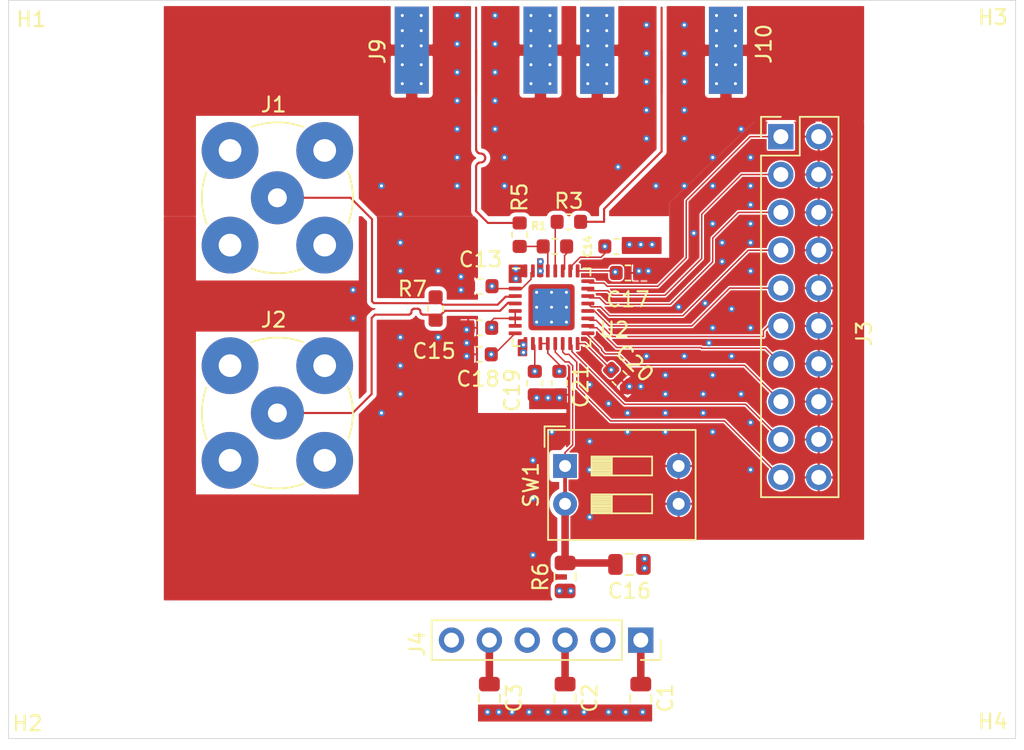
<source format=kicad_pcb>
(kicad_pcb (version 20171130) (host pcbnew 5.1.5+dfsg1-2build2)
  (layers (0 F.Cu signal) (1 GND power) (2 VDD power) (31 B.Cu signal) (34 B.Paste user) (35 F.Paste user hide) (36 B.SilkS user) (37 F.SilkS user) (38 B.Mask user) (39 F.Mask user) (44 Edge.Cuts user))
  (net 0 "")
  (net 1 VDD)
  (net 2 GND)
  (net 3 VDDPST)
  (net 4 VREF)
  (net 5 D9)
  (net 6 D8)
  (net 7 D7)
  (net 8 D6)
  (net 9 D5)
  (net 10 D4)
  (net 11 D3)
  (net 12 D2)
  (net 13 D1)
  (net 14 D0)
  (net 15 RST)
  (net 16 VIN-)
  (net 17 VIN+)
  (net 18 "Net-(R1-Pad2)")
  (net 19 CLK_FILT)
  (net 20 CLK_S_FILT)
  (net 21 CLK+)
  (net 22 CLK-)
  (module Resistor_SMD:R_0603_1608Metric (layer F.Cu) (at 141.4272 93.3197 90)
    (fp_text reference R7 (at 1.3209 -1.5621 180) (layer F.SilkS))
    (fp_text value 100)
    (pad 2 smd roundrect (at 0.7875 0 90) (size 0.875 0.95) (layers F.Cu F.Paste F.Mask) (net 16 VIN-))
    (pad 1 smd roundrect (at -0.7875 0 90) (size 0.875 0.95) (layers F.Cu F.Paste F.Mask) (net 17 VIN+))
  )
  (module Resistor_SMD:R_0603_1608Metric (layer F.Cu) (at 147.066 88.3665 90)
    (fp_text reference R5 (at 2.5145 0 90) (layer F.SilkS))
    (fp_text value 10)
    (pad 2 smd roundrect (at 0.7875 0 90) (size 0.875 0.95) (layers F.Cu F.Paste F.Mask) (net 21 CLK+))
    (pad 1 smd roundrect (at -0.7875 0 90) (size 0.875 0.95) (layers F.Cu F.Paste F.Mask) (net 19 CLK_FILT))
  )
  (module Resistor_SMD:R_0603_1608Metric (layer F.Cu) (at 150.368 87.503)
    (fp_text reference R3 (at 0 -1.397) (layer F.SilkS))
    (fp_text value 26.1)
    (pad 2 smd roundrect (at 0.7875 0) (size 0.875 0.95) (layers F.Cu F.Paste F.Mask) (net 22 CLK-))
    (pad 1 smd roundrect (at -0.7875 0) (size 0.875 0.95) (layers F.Cu F.Paste F.Mask) (net 20 CLK_S_FILT))
  )
  (module Resistor_SMD:R_0603_1608Metric (layer F.Cu) (at 149.4305 89.154)
    (fp_text reference R1 (at -1.0818 -1.3716) (layer F.SilkS) (effects (font (size 0.508 0.508) (thickness 0.127))))
    (fp_text value "0,<0.3 mOhm")
    (pad 2 smd roundrect (at 0.7875 0) (size 0.875 0.95) (layers F.Cu F.Paste F.Mask) (net 18 "Net-(R1-Pad2)"))
    (pad 1 smd roundrect (at -0.7875 0) (size 0.875 0.95) (layers F.Cu F.Paste F.Mask) (net 19 CLK_FILT))
  )
  (module Capacitor_SMD:C_0603_1608Metric (layer F.Cu) (at 149.733 98.3235 270)
    (fp_text reference C21 (at 0.2285 -1.43 90) (layer F.SilkS))
    (fp_text value 0.01u)
    (pad 2 smd roundrect (at 0.7875 0 270) (size 0.875 0.95) (layers F.Cu F.Paste F.Mask) (net 2 GND))
    (pad 1 smd roundrect (at -0.7875 0 270) (size 0.875 0.95) (layers F.Cu F.Paste F.Mask) (net 1 VDD))
  )
  (module Capacitor_SMD:C_0603_1608Metric (layer F.Cu) (at 153.769647 97.991247 315)
    (fp_text reference C20 (at 0 -1.43 135) (layer F.SilkS))
    (fp_text value 0.01u)
    (pad 2 smd roundrect (at 0.7875 0 315) (size 0.875 0.95) (layers F.Cu F.Paste F.Mask) (net 2 GND))
    (pad 1 smd roundrect (at -0.7875 0 315) (size 0.875 0.95) (layers F.Cu F.Paste F.Mask) (net 3 VDDPST))
  )
  (module Capacitor_SMD:C_0603_1608Metric (layer F.Cu) (at 148.082 98.3235 270)
    (fp_text reference C19 (at 0.4825 1.524 90) (layer F.SilkS))
    (fp_text value 0.01u)
    (pad 2 smd roundrect (at 0.7875 0 270) (size 0.875 0.95) (layers F.Cu F.Paste F.Mask) (net 2 GND))
    (pad 1 smd roundrect (at -0.7875 0 270) (size 0.875 0.95) (layers F.Cu F.Paste F.Mask) (net 3 VDDPST))
  )
  (module Capacitor_SMD:C_0603_1608Metric (layer F.Cu) (at 144.3735 96.393 180)
    (fp_text reference C18 (at 0.1015 -1.651) (layer F.SilkS))
    (fp_text value 0.01u)
    (pad 2 smd roundrect (at 0.7875 0 180) (size 0.875 0.95) (layers F.Cu F.Paste F.Mask) (net 2 GND))
    (pad 1 smd roundrect (at -0.7875 0 180) (size 0.875 0.95) (layers F.Cu F.Paste F.Mask) (net 1 VDD))
  )
  (module Capacitor_SMD:C_0603_1608Metric (layer F.Cu) (at 154.3305 90.932)
    (fp_text reference C17 (at 0 1.778) (layer F.SilkS))
    (fp_text value 0.01u)
    (pad 2 smd roundrect (at 0.7875 0) (size 0.875 0.95) (layers F.Cu F.Paste F.Mask) (net 2 GND))
    (pad 1 smd roundrect (at -0.7875 0) (size 0.875 0.95) (layers F.Cu F.Paste F.Mask) (net 1 VDD))
  )
  (module Capacitor_SMD:C_0603_1608Metric (layer F.Cu) (at 144.401153 94.615 180)
    (fp_text reference C15 (at 3.075553 -1.5621 180) (layer F.SilkS))
    (fp_text value 0.01u)
    (pad 2 smd roundrect (at 0.7875 0 180) (size 0.875 0.95) (layers F.Cu F.Paste F.Mask) (net 2 GND))
    (pad 1 smd roundrect (at -0.7875 0 180) (size 0.875 0.95) (layers F.Cu F.Paste F.Mask) (net 4 VREF))
  )
  (module Capacitor_SMD:C_0603_1608Metric (layer F.Cu) (at 153.5685 89.154)
    (fp_text reference C14 (at -1.9305 0 90) (layer F.SilkS) (effects (font (size 0.508 0.508) (thickness 0.127))))
    (fp_text value 0.01u)
    (pad 2 smd roundrect (at 0.7875 0) (size 0.875 0.95) (layers F.Cu F.Paste F.Mask) (net 2 GND))
    (pad 1 smd roundrect (at -0.7875 0) (size 0.875 0.95) (layers F.Cu F.Paste F.Mask) (net 3 VDDPST))
  )
  (module Capacitor_SMD:C_0603_1608Metric (layer F.Cu) (at 144.4245 91.821 180)
    (fp_text reference C13 (at -0.0126 1.7907 180) (layer F.SilkS))
    (fp_text value 0.01u)
    (pad 2 smd roundrect (at 0.7875 0 180) (size 0.875 0.95) (layers F.Cu F.Paste F.Mask) (net 2 GND))
    (pad 1 smd roundrect (at -0.7875 0 180) (size 0.875 0.95) (layers F.Cu F.Paste F.Mask) (net 1 VDD))
  )
  (module SAR_pcb:CustomSMA (layer F.Cu) (at 156.591 75.996021)
    (fp_text reference J10 (at 6.858 -0.431021 90) (layer F.SilkS))
    (fp_text value Conn_Coaxial)
    (pad 2 smd rect (at -4.318 0) (size 2.286 5.842) (layers B.Cu B.Paste B.Mask) (net 2 GND))
    (pad 2 smd rect (at 4.318 0) (size 2.286 5.842) (layers B.Cu B.Paste B.Mask) (net 2 GND))
    (pad 2 smd rect (at -4.318 0) (size 2.286 5.842) (layers F.Cu F.Paste F.Mask) (net 2 GND))
    (pad 2 smd rect (at 4.318 0) (size 2.286 5.842) (layers F.Cu F.Paste F.Mask) (net 2 GND))
    (pad 1 smd rect (at 0 0) (size 0.141224 5.842) (layers F.Cu F.Paste F.Mask) (net 22 CLK-))
  )
  (module SAR_pcb:CustomSMA (layer F.Cu) (at 144.145 75.9841)
    (fp_text reference J9 (at -6.604 0.076979 90) (layer F.SilkS))
    (fp_text value Conn_Coaxial)
    (pad 2 smd rect (at -4.318 0) (size 2.286 5.842) (layers B.Cu B.Paste B.Mask) (net 2 GND))
    (pad 2 smd rect (at 4.318 0) (size 2.286 5.842) (layers B.Cu B.Paste B.Mask) (net 2 GND))
    (pad 2 smd rect (at -4.318 0) (size 2.286 5.842) (layers F.Cu F.Paste F.Mask) (net 2 GND))
    (pad 2 smd rect (at 4.318 0) (size 2.286 5.842) (layers F.Cu F.Paste F.Mask) (net 2 GND))
    (pad 1 smd rect (at 0 0) (size 0.141224 5.842) (layers F.Cu F.Paste F.Mask) (net 21 CLK+))
  )
  (module Capacitor_SMD:C_0805_2012Metric (layer F.Cu) (at 155.194 119.4585 270)
    (fp_text reference C1 (at 0 -1.65 90) (layer F.SilkS))
    (fp_text value 10u)
    (pad 1 smd roundrect (at -0.9375 0 270) (size 0.975 1.4) (layers F.Cu F.Paste F.Mask) (net 1 VDD))
    (pad 2 smd roundrect (at 0.9375 0 270) (size 0.975 1.4) (layers F.Cu F.Paste F.Mask) (net 2 GND))
  )
  (module Capacitor_SMD:C_0805_2012Metric (layer F.Cu) (at 150.114 119.4585 270)
    (fp_text reference C2 (at 0 -1.65 90) (layer F.SilkS))
    (fp_text value 10u)
    (pad 2 smd roundrect (at 0.9375 0 270) (size 0.975 1.4) (layers F.Cu F.Paste F.Mask) (net 2 GND))
    (pad 1 smd roundrect (at -0.9375 0 270) (size 0.975 1.4) (layers F.Cu F.Paste F.Mask) (net 3 VDDPST))
  )
  (module Capacitor_SMD:C_0805_2012Metric (layer F.Cu) (at 145.034 119.4585 270)
    (fp_text reference C3 (at 0 -1.65 90) (layer F.SilkS))
    (fp_text value 10u)
    (pad 2 smd roundrect (at 0.9375 0 270) (size 0.975 1.4) (layers F.Cu F.Paste F.Mask) (net 2 GND))
    (pad 1 smd roundrect (at -0.9375 0 270) (size 0.975 1.4) (layers F.Cu F.Paste F.Mask) (net 4 VREF))
  )
  (module Capacitor_SMD:C_0805_2012Metric (layer F.Cu) (at 154.432 110.49)
    (fp_text reference C16 (at 0 1.778) (layer F.SilkS))
    (fp_text value 1u)
    (pad 2 smd roundrect (at 0.9375 0) (size 0.975 1.4) (layers F.Cu F.Paste F.Mask) (net 2 GND))
    (pad 1 smd roundrect (at -0.9375 0) (size 0.975 1.4) (layers F.Cu F.Paste F.Mask) (net 15 RST))
  )
  (module MountingHole:MountingHole_3mm (layer F.Cu) (at 117.348 77.47)
    (fp_text reference H1 (at -3.048 -3.556) (layer F.SilkS))
    (fp_text value MountingHole)
    (pad 1 np_thru_hole circle (at 0 0) (size 3 3) (drill 3) (layers *.Cu *.Mask))
  )
  (module MountingHole:MountingHole_3mm (layer F.Cu) (at 117.348 118.11)
    (fp_text reference H2 (at -3.302 3.048) (layer F.SilkS))
    (fp_text value MountingHole)
    (pad 1 np_thru_hole circle (at 0 0) (size 3 3) (drill 3) (layers *.Cu *.Mask))
  )
  (module MountingHole:MountingHole_3mm (layer F.Cu) (at 175.768 76.835)
    (fp_text reference H3 (at 3.048 -3.048) (layer F.SilkS))
    (fp_text value MountingHole)
    (pad 1 np_thru_hole circle (at 0 0) (size 3 3) (drill 3) (layers *.Cu *.Mask))
  )
  (module MountingHole:MountingHole_3mm (layer F.Cu) (at 175.768 117.475)
    (fp_text reference H4 (at 3.048 3.556) (layer F.SilkS))
    (fp_text value MountingHole)
    (pad 1 np_thru_hole circle (at 0 0) (size 3 3) (drill 3) (layers *.Cu *.Mask))
  )
  (module Connector_Coaxial:BNC_TEConnectivity_1478204_Vertical (layer F.Cu) (at 130.81 85.8901)
    (fp_text reference J1 (at -0.25 -6.25) (layer F.SilkS))
    (fp_text value Conn_Coaxial_Power)
    (pad 2 thru_hole circle (at -3.175 -3.175) (size 3.81 3.81) (drill 1.524) (layers *.Cu *.Mask) (net 2 GND))
    (pad 1 thru_hole circle (at 0 0) (size 3.556 3.556) (drill 1.27) (layers *.Cu *.Mask) (net 16 VIN-))
    (pad 2 thru_hole circle (at 3.175 -3.175) (size 3.81 3.81) (drill 1.524) (layers *.Cu *.Mask) (net 2 GND))
    (pad 2 thru_hole circle (at -3.175 3.175) (size 3.81 3.81) (drill 1.524) (layers *.Cu *.Mask) (net 2 GND))
    (pad 2 thru_hole circle (at 3.175 3.175) (size 3.81 3.81) (drill 1.524) (layers *.Cu *.Mask) (net 2 GND))
  )
  (module Connector_Coaxial:BNC_TEConnectivity_1478204_Vertical (layer F.Cu) (at 130.81 100.33)
    (fp_text reference J2 (at -0.25 -6.25) (layer F.SilkS))
    (fp_text value Conn_Coaxial_Power)
    (pad 2 thru_hole circle (at 3.175 3.175) (size 3.81 3.81) (drill 1.524) (layers *.Cu *.Mask) (net 2 GND))
    (pad 2 thru_hole circle (at -3.175 3.175) (size 3.81 3.81) (drill 1.524) (layers *.Cu *.Mask) (net 2 GND))
    (pad 2 thru_hole circle (at 3.175 -3.175) (size 3.81 3.81) (drill 1.524) (layers *.Cu *.Mask) (net 2 GND))
    (pad 1 thru_hole circle (at 0 0) (size 3.556 3.556) (drill 1.27) (layers *.Cu *.Mask) (net 17 VIN+))
    (pad 2 thru_hole circle (at -3.175 -3.175) (size 3.81 3.81) (drill 1.524) (layers *.Cu *.Mask) (net 2 GND))
  )
  (module Connector_PinHeader_2.54mm:PinHeader_2x10_P2.54mm_Vertical (layer F.Cu) (at 164.592 81.788)
    (fp_text reference J3 (at 5.588 13.208 90) (layer F.SilkS))
    (fp_text value Conn_02x10_Top_Bottom)
    (pad 1 thru_hole rect (at 0 0) (size 1.7 1.7) (drill 1) (layers *.Cu *.Mask) (net 14 D0))
    (pad 2 thru_hole oval (at 2.54 0) (size 1.7 1.7) (drill 1) (layers *.Cu *.Mask) (net 2 GND))
    (pad 3 thru_hole oval (at 0 2.54) (size 1.7 1.7) (drill 1) (layers *.Cu *.Mask) (net 13 D1))
    (pad 4 thru_hole oval (at 2.54 2.54) (size 1.7 1.7) (drill 1) (layers *.Cu *.Mask) (net 2 GND))
    (pad 5 thru_hole oval (at 0 5.08) (size 1.7 1.7) (drill 1) (layers *.Cu *.Mask) (net 12 D2))
    (pad 6 thru_hole oval (at 2.54 5.08) (size 1.7 1.7) (drill 1) (layers *.Cu *.Mask) (net 2 GND))
    (pad 7 thru_hole oval (at 0 7.62) (size 1.7 1.7) (drill 1) (layers *.Cu *.Mask) (net 11 D3))
    (pad 8 thru_hole oval (at 2.54 7.62) (size 1.7 1.7) (drill 1) (layers *.Cu *.Mask) (net 2 GND))
    (pad 9 thru_hole oval (at 0 10.16) (size 1.7 1.7) (drill 1) (layers *.Cu *.Mask) (net 10 D4))
    (pad 10 thru_hole oval (at 2.54 10.16) (size 1.7 1.7) (drill 1) (layers *.Cu *.Mask) (net 2 GND))
    (pad 11 thru_hole oval (at 0 12.7) (size 1.7 1.7) (drill 1) (layers *.Cu *.Mask) (net 9 D5))
    (pad 12 thru_hole oval (at 2.54 12.7) (size 1.7 1.7) (drill 1) (layers *.Cu *.Mask) (net 2 GND))
    (pad 13 thru_hole oval (at 0 15.24) (size 1.7 1.7) (drill 1) (layers *.Cu *.Mask) (net 8 D6))
    (pad 14 thru_hole oval (at 2.54 15.24) (size 1.7 1.7) (drill 1) (layers *.Cu *.Mask) (net 2 GND))
    (pad 15 thru_hole oval (at 0 17.78) (size 1.7 1.7) (drill 1) (layers *.Cu *.Mask) (net 7 D7))
    (pad 16 thru_hole oval (at 2.54 17.78) (size 1.7 1.7) (drill 1) (layers *.Cu *.Mask) (net 2 GND))
    (pad 17 thru_hole oval (at 0 20.32) (size 1.7 1.7) (drill 1) (layers *.Cu *.Mask) (net 6 D8))
    (pad 18 thru_hole oval (at 2.54 20.32) (size 1.7 1.7) (drill 1) (layers *.Cu *.Mask) (net 2 GND))
    (pad 19 thru_hole oval (at 0 22.86) (size 1.7 1.7) (drill 1) (layers *.Cu *.Mask) (net 5 D9))
    (pad 20 thru_hole oval (at 2.54 22.86) (size 1.7 1.7) (drill 1) (layers *.Cu *.Mask) (net 2 GND))
  )
  (module Connector_PinSocket_2.54mm:PinSocket_1x06_P2.54mm_Vertical (layer F.Cu) (at 155.194 115.57 270)
    (fp_text reference J4 (at 0.254 14.986 90) (layer F.SilkS))
    (fp_text value Conn_01x06)
    (pad 1 thru_hole rect (at 0 0 270) (size 1.7 1.7) (drill 1) (layers *.Cu *.Mask) (net 1 VDD))
    (pad 2 thru_hole oval (at 0 2.54 270) (size 1.7 1.7) (drill 1) (layers *.Cu *.Mask) (net 2 GND))
    (pad 3 thru_hole oval (at 0 5.08 270) (size 1.7 1.7) (drill 1) (layers *.Cu *.Mask) (net 3 VDDPST))
    (pad 4 thru_hole oval (at 0 7.62 270) (size 1.7 1.7) (drill 1) (layers *.Cu *.Mask) (net 2 GND))
    (pad 5 thru_hole oval (at 0 10.16 270) (size 1.7 1.7) (drill 1) (layers *.Cu *.Mask) (net 4 VREF))
    (pad 6 thru_hole oval (at 0 12.7 270) (size 1.7 1.7) (drill 1) (layers *.Cu *.Mask) (net 2 GND))
  )
  (module Resistor_SMD:R_0805_2012Metric (layer F.Cu) (at 150.114 111.3305 90)
    (fp_text reference R6 (at 0 -1.65 90) (layer F.SilkS))
    (fp_text value 1k)
    (pad 1 smd roundrect (at -0.9375 0 90) (size 0.975 1.4) (layers F.Cu F.Paste F.Mask) (net 3 VDDPST))
    (pad 2 smd roundrect (at 0.9375 0 90) (size 0.975 1.4) (layers F.Cu F.Paste F.Mask) (net 15 RST))
  )
  (module Button_Switch_THT:SW_DIP_SPSTx02_Slide_9.78x7.26mm_W7.62mm_P2.54mm (layer F.Cu) (at 150.114 103.886)
    (fp_text reference SW1 (at -2.286 1.27 90) (layer F.SilkS))
    (fp_text value SW_Push)
    (pad 1 thru_hole rect (at 0 0) (size 1.6 1.6) (drill 0.8) (layers *.Cu *.Mask) (net 15 RST))
    (pad 3 thru_hole oval (at 7.62 2.54) (size 1.6 1.6) (drill 0.8) (layers *.Cu *.Mask) (net 2 GND))
    (pad 2 thru_hole oval (at 0 2.54) (size 1.6 1.6) (drill 0.8) (layers *.Cu *.Mask) (net 15 RST))
    (pad 4 thru_hole oval (at 7.62 0) (size 1.6 1.6) (drill 0.8) (layers *.Cu *.Mask) (net 2 GND))
  )
  (module Package_DFN_QFN:QFN-32-1EP_5x5mm_P0.5mm_EP3.1x3.1mm_ThermalVias (layer F.Cu) (at 149.20468 93.23324)
    (fp_text reference U2 (at 4.21132 1.50876) (layer F.SilkS))
    (fp_text value 10B_SAR)
    (pad 33 smd roundrect (at 0 0) (size 3.1 3.1) (layers F.Cu F.Mask) (roundrect_rratio 0.08064499999999999) (net 2 GND))
    (pad 33 thru_hole circle (at -1 -1) (size 0.5 0.5) (drill 0.2) (layers *.Cu) (net 2 GND))
    (pad 33 thru_hole circle (at 0 -1) (size 0.5 0.5) (drill 0.2) (layers *.Cu) (net 2 GND))
    (pad 33 thru_hole circle (at 1 -1) (size 0.5 0.5) (drill 0.2) (layers *.Cu) (net 2 GND))
    (pad 33 thru_hole circle (at -1 0) (size 0.5 0.5) (drill 0.2) (layers *.Cu) (net 2 GND))
    (pad 33 thru_hole circle (at 0 0) (size 0.5 0.5) (drill 0.2) (layers *.Cu) (net 2 GND))
    (pad 33 thru_hole circle (at 1 0) (size 0.5 0.5) (drill 0.2) (layers *.Cu) (net 2 GND))
    (pad 33 thru_hole circle (at -1 1) (size 0.5 0.5) (drill 0.2) (layers *.Cu) (net 2 GND))
    (pad 33 thru_hole circle (at 0 1) (size 0.5 0.5) (drill 0.2) (layers *.Cu) (net 2 GND))
    (pad 33 thru_hole circle (at 1 1) (size 0.5 0.5) (drill 0.2) (layers *.Cu) (net 2 GND))
    (pad 33 smd roundrect (at 0 0) (size 2.5 2.5) (layers B.Cu) (roundrect_rratio 0.1) (net 2 GND))
    (pad 1 smd roundrect (at -2.4375 -1.75) (size 0.875 0.25) (layers F.Cu F.Paste F.Mask) (net 2 GND))
    (pad 2 smd roundrect (at -2.4375 -1.25) (size 0.875 0.25) (layers F.Cu F.Paste F.Mask) (net 1 VDD))
    (pad 3 smd roundrect (at -2.4375 -0.75) (size 0.875 0.25) (layers F.Cu F.Paste F.Mask) (net 16 VIN-))
    (pad 4 smd roundrect (at -2.4375 -0.25) (size 0.875 0.25) (layers F.Cu F.Paste F.Mask) (net 17 VIN+))
    (pad 5 smd roundrect (at -2.4375 0.25) (size 0.875 0.25) (layers F.Cu F.Paste F.Mask) (net 4 VREF))
    (pad 6 smd roundrect (at -2.4375 0.75) (size 0.875 0.25) (layers F.Cu F.Paste F.Mask) (net 4 VREF))
    (pad 7 smd roundrect (at -2.4375 1.25) (size 0.875 0.25) (layers F.Cu F.Paste F.Mask) (net 4 VREF))
    (pad 8 smd roundrect (at -2.4375 1.75) (size 0.875 0.25) (layers F.Cu F.Paste F.Mask) (net 1 VDD))
    (pad 9 smd roundrect (at -1.75 2.4375) (size 0.25 0.875) (layers F.Cu F.Paste F.Mask) (net 2 GND))
    (pad 10 smd roundrect (at -1.25 2.4375) (size 0.25 0.875) (layers F.Cu F.Paste F.Mask) (net 3 VDDPST))
    (pad 11 smd roundrect (at -0.75 2.4375) (size 0.25 0.875) (layers F.Cu F.Paste F.Mask) (net 1 VDD))
    (pad 12 smd roundrect (at -0.25 2.4375) (size 0.25 0.875) (layers F.Cu F.Paste F.Mask) (net 1 VDD))
    (pad 13 smd roundrect (at 0.25 2.4375) (size 0.25 0.875) (layers F.Cu F.Paste F.Mask) (net 15 RST))
    (pad 14 smd roundrect (at 0.75 2.4375) (size 0.25 0.875) (layers F.Cu F.Paste F.Mask) (net 5 D9))
    (pad 15 smd roundrect (at 1.25 2.4375) (size 0.25 0.875) (layers F.Cu F.Paste F.Mask) (net 6 D8))
    (pad 16 smd roundrect (at 1.75 2.4375) (size 0.25 0.875) (layers F.Cu F.Paste F.Mask) (net 3 VDDPST))
    (pad 17 smd roundrect (at 2.4375 1.75) (size 0.875 0.25) (layers F.Cu F.Paste F.Mask) (net 7 D7))
    (pad 18 smd roundrect (at 2.4375 1.25) (size 0.875 0.25) (layers F.Cu F.Paste F.Mask) (net 8 D6))
    (pad 19 smd roundrect (at 2.4375 0.75) (size 0.875 0.25) (layers F.Cu F.Paste F.Mask) (net 9 D5))
    (pad 20 smd roundrect (at 2.4375 0.25) (size 0.875 0.25) (layers F.Cu F.Paste F.Mask) (net 10 D4))
    (pad 21 smd roundrect (at 2.4375 -0.25) (size 0.875 0.25) (layers F.Cu F.Paste F.Mask) (net 11 D3))
    (pad 22 smd roundrect (at 2.4375 -0.75) (size 0.875 0.25) (layers F.Cu F.Paste F.Mask) (net 12 D2))
    (pad 23 smd roundrect (at 2.4375 -1.25) (size 0.875 0.25) (layers F.Cu F.Paste F.Mask) (net 13 D1))
    (pad 24 smd roundrect (at 2.4375 -1.75) (size 0.875 0.25) (layers F.Cu F.Paste F.Mask) (net 14 D0))
    (pad 25 smd roundrect (at 1.75 -2.4375) (size 0.25 0.875) (layers F.Cu F.Paste F.Mask) (net 1 VDD))
    (pad 26 smd roundrect (at 1.25 -2.4375) (size 0.25 0.875) (layers F.Cu F.Paste F.Mask) (net 3 VDDPST))
    (pad 27 smd roundrect (at 0.75 -2.4375) (size 0.25 0.875) (layers F.Cu F.Paste F.Mask) (net 18 "Net-(R1-Pad2)"))
    (pad 28 smd roundrect (at 0.25 -2.4375) (size 0.25 0.875) (layers F.Cu F.Paste F.Mask) (net 20 CLK_S_FILT))
    (pad 29 smd roundrect (at -0.25 -2.4375) (size 0.25 0.875) (layers F.Cu F.Paste F.Mask) (net 19 CLK_FILT))
    (pad 30 smd roundrect (at -0.75 -2.4375) (size 0.25 0.875) (layers F.Cu F.Paste F.Mask) (net 2 GND))
    (pad 31 smd roundrect (at -1.25 -2.4375) (size 0.25 0.875) (layers F.Cu F.Paste F.Mask) (net 1 VDD))
    (pad 32 smd roundrect (at -1.75 -2.4375) (size 0.25 0.875) (layers F.Cu F.Paste F.Mask) (net 2 GND))
  )
  (gr_line (start 112.776 72.644) (end 170.18 72.644) (layer Edge.Cuts) (width 0.05))
  (gr_line (start 112.776 122.174) (end 112.776 72.644) (layer Edge.Cuts) (width 0.05))
  (gr_line (start 180.34 122.174) (end 112.776 122.174) (layer Edge.Cuts) (width 0.05))
  (gr_line (start 180.34 72.644) (end 180.34 122.174) (layer Edge.Cuts) (width 0.05))
  (gr_line (start 170.18 72.644) (end 180.34 72.644) (layer Edge.Cuts) (width 0.05))
  (segment (start 145.37424 91.98324) (end 145.212 91.821) (width 0.1016) (layer F.Cu) (net 1))
  (segment (start 146.76718 91.98324) (end 145.37424 91.98324) (width 0.1016) (layer F.Cu) (net 1))
  (segment (start 147.20468 91.98324) (end 146.76718 91.98324) (width 0.1016) (layer F.Cu) (net 1))
  (segment (start 147.82968 91.35824) (end 147.20468 91.98324) (width 0.1016) (layer F.Cu) (net 1))
  (segment (start 147.82968 90.92074) (end 147.82968 91.35824) (width 0.1016) (layer F.Cu) (net 1))
  (segment (start 147.95468 90.79574) (end 147.82968 90.92074) (width 0.1016) (layer F.Cu) (net 1))
  (segment (start 153.40674 90.79574) (end 153.4795 90.8685) (width 0.1016) (layer F.Cu) (net 1))
  (segment (start 150.95468 90.79574) (end 153.40674 90.79574) (width 0.1016) (layer F.Cu) (net 1))
  (segment (start 145.35742 96.393) (end 145.161 96.393) (width 0.1016) (layer F.Cu) (net 1))
  (segment (start 146.76718 94.98324) (end 145.35742 96.393) (width 0.1016) (layer F.Cu) (net 1))
  (segment (start 148.45468 95.67074) (end 148.95468 95.67074) (width 0.1016) (layer F.Cu) (net 1))
  (segment (start 148.95468 96.32018) (end 148.95468 96.10824) (width 0.1016) (layer F.Cu) (net 1))
  (segment (start 149.733 97.0985) (end 148.95468 96.32018) (width 0.1016) (layer F.Cu) (net 1))
  (segment (start 148.95468 96.10824) (end 148.95468 95.67074) (width 0.1016) (layer F.Cu) (net 1))
  (segment (start 149.733 97.536) (end 149.733 97.536) (width 0.1016) (layer F.Cu) (net 1))
  (segment (start 145.161 96.393) (end 145.161 96.393) (width 0.1016) (layer F.Cu) (net 1))
  (via (at 145.161 96.393) (size 0.4572) (drill 0.2032) (layers F.Cu B.Cu) (net 1))
  (segment (start 149.733 97.536) (end 149.733 97.0985) (width 0.1016) (layer F.Cu) (net 1))
  (via (at 149.733 97.536) (size 0.4572) (drill 0.2032) (layers F.Cu B.Cu) (net 1))
  (segment (start 153.4795 90.8685) (end 153.543 90.932) (width 0.1016) (layer F.Cu) (net 1))
  (via (at 153.4795 90.8685) (size 0.4572) (drill 0.2032) (layers F.Cu B.Cu) (net 1))
  (segment (start 145.212 91.821) (end 145.212 91.821) (width 0.1016) (layer F.Cu) (net 1))
  (via (at 145.212 91.821) (size 0.4572) (drill 0.2032) (layers F.Cu B.Cu) (net 1))
  (segment (start 155.194 115.57) (end 155.194 118.521) (width 0.508) (layer F.Cu) (net 1))
  (via (at 155.321 120.396) (size 0.4572) (drill 0.2032) (layers F.Cu B.Cu) (net 2))
  (via (at 150.114 120.396) (size 0.4572) (drill 0.2032) (layers F.Cu B.Cu) (net 2))
  (via (at 145.669 120.396) (size 0.4572) (drill 0.2032) (layers F.Cu B.Cu) (net 2))
  (via (at 144.907 120.396) (size 0.4572) (drill 0.2032) (layers F.Cu B.Cu) (net 2))
  (via (at 155.067 90.805) (size 0.4572) (drill 0.2032) (layers F.Cu B.Cu) (net 2))
  (via (at 155.956 89.027) (size 0.4572) (drill 0.2032) (layers F.Cu B.Cu) (net 2))
  (via (at 154.432 89.027) (size 0.4572) (drill 0.2032) (layers F.Cu B.Cu) (net 2))
  (via (at 154.432 98.552) (size 0.4572) (drill 0.2032) (layers F.Cu B.Cu) (net 2))
  (via (at 149.733 99.314) (size 0.4572) (drill 0.2032) (layers F.Cu B.Cu) (net 2))
  (via (at 148.209 99.314) (size 0.4572) (drill 0.2032) (layers F.Cu B.Cu) (net 2))
  (via (at 143.51 96.52) (size 0.4572) (drill 0.2032) (layers F.Cu B.Cu) (net 2))
  (via (at 143.51 94.742) (size 0.4572) (drill 0.2032) (layers F.Cu B.Cu) (net 2))
  (via (at 155.448 110.744) (size 0.4572) (drill 0.2032) (layers F.Cu B.Cu) (net 2))
  (via (at 155.448 110.109) (size 0.4572) (drill 0.2032) (layers F.Cu B.Cu) (net 2))
  (via (at 161.544 74.676) (size 0.4572) (drill 0.2032) (layers F.Cu B.Cu) (net 2))
  (via (at 160.274 78.232) (size 0.4572) (drill 0.2032) (layers F.Cu B.Cu) (net 2))
  (via (at 161.544 78.232) (size 0.4572) (drill 0.2032) (layers F.Cu B.Cu) (net 2))
  (via (at 161.544 75.692) (size 0.4572) (drill 0.2032) (layers F.Cu B.Cu) (net 2))
  (via (at 161.544 73.66) (size 0.4572) (drill 0.2032) (layers F.Cu B.Cu) (net 2))
  (via (at 160.274 74.676) (size 0.4572) (drill 0.2032) (layers F.Cu B.Cu) (net 2))
  (via (at 161.544 76.962) (size 0.4572) (drill 0.2032) (layers F.Cu B.Cu) (net 2))
  (via (at 160.274 76.962) (size 0.4572) (drill 0.2032) (layers F.Cu B.Cu) (net 2))
  (via (at 160.274 73.66) (size 0.4572) (drill 0.2032) (layers F.Cu B.Cu) (net 2))
  (via (at 160.274 75.692) (size 0.4572) (drill 0.2032) (layers F.Cu B.Cu) (net 2))
  (via (at 152.908 74.676) (size 0.4572) (drill 0.2032) (layers F.Cu B.Cu) (net 2))
  (via (at 151.638 78.232) (size 0.4572) (drill 0.2032) (layers F.Cu B.Cu) (net 2))
  (via (at 152.908 78.232) (size 0.4572) (drill 0.2032) (layers F.Cu B.Cu) (net 2))
  (via (at 152.908 75.692) (size 0.4572) (drill 0.2032) (layers F.Cu B.Cu) (net 2))
  (via (at 152.908 73.66) (size 0.4572) (drill 0.2032) (layers F.Cu B.Cu) (net 2))
  (via (at 151.638 74.676) (size 0.4572) (drill 0.2032) (layers F.Cu B.Cu) (net 2))
  (via (at 152.908 76.962) (size 0.4572) (drill 0.2032) (layers F.Cu B.Cu) (net 2))
  (via (at 151.638 76.962) (size 0.4572) (drill 0.2032) (layers F.Cu B.Cu) (net 2))
  (via (at 151.638 73.66) (size 0.4572) (drill 0.2032) (layers F.Cu B.Cu) (net 2))
  (via (at 151.638 75.692) (size 0.4572) (drill 0.2032) (layers F.Cu B.Cu) (net 2))
  (via (at 149.098 74.676) (size 0.4572) (drill 0.2032) (layers F.Cu B.Cu) (net 2))
  (via (at 147.828 78.232) (size 0.4572) (drill 0.2032) (layers F.Cu B.Cu) (net 2))
  (via (at 149.098 78.232) (size 0.4572) (drill 0.2032) (layers F.Cu B.Cu) (net 2))
  (via (at 149.098 75.692) (size 0.4572) (drill 0.2032) (layers F.Cu B.Cu) (net 2))
  (via (at 149.098 73.66) (size 0.4572) (drill 0.2032) (layers F.Cu B.Cu) (net 2))
  (via (at 147.828 74.676) (size 0.4572) (drill 0.2032) (layers F.Cu B.Cu) (net 2))
  (via (at 149.098 76.962) (size 0.4572) (drill 0.2032) (layers F.Cu B.Cu) (net 2))
  (via (at 147.828 76.962) (size 0.4572) (drill 0.2032) (layers F.Cu B.Cu) (net 2))
  (via (at 147.828 73.66) (size 0.4572) (drill 0.2032) (layers F.Cu B.Cu) (net 2))
  (via (at 147.828 75.692) (size 0.4572) (drill 0.2032) (layers F.Cu B.Cu) (net 2))
  (via (at 140.462 78.232) (size 0.4572) (drill 0.2032) (layers F.Cu B.Cu) (net 2))
  (via (at 139.192 78.232) (size 0.4572) (drill 0.2032) (layers F.Cu B.Cu) (net 2))
  (via (at 139.192 76.962) (size 0.4572) (drill 0.2032) (layers F.Cu B.Cu) (net 2))
  (via (at 140.462 76.962) (size 0.4572) (drill 0.2032) (layers F.Cu B.Cu) (net 2))
  (via (at 140.462 75.692) (size 0.4572) (drill 0.2032) (layers F.Cu B.Cu) (net 2))
  (via (at 139.192 75.692) (size 0.4572) (drill 0.2032) (layers F.Cu B.Cu) (net 2))
  (via (at 140.462 74.676) (size 0.4572) (drill 0.2032) (layers F.Cu B.Cu) (net 2))
  (via (at 139.192 74.676) (size 0.4572) (drill 0.2032) (layers F.Cu B.Cu) (net 2))
  (via (at 140.462 73.66) (size 0.4572) (drill 0.2032) (layers F.Cu B.Cu) (net 2))
  (via (at 139.192 73.66) (size 0.4572) (drill 0.2032) (layers F.Cu B.Cu) (net 2))
  (via (at 148.463 90.805) (size 0.4572) (drill 0.2032) (layers F.Cu B.Cu) (net 2))
  (via (at 146.812 90.678) (size 0.4572) (drill 0.2032) (layers F.Cu B.Cu) (net 2))
  (via (at 146.812 91.313) (size 0.4572) (drill 0.2032) (layers F.Cu B.Cu) (net 2))
  (via (at 148.463 90.17) (size 0.4572) (drill 0.2032) (layers F.Cu B.Cu) (net 2))
  (via (at 147.32 95.758) (size 0.4572) (drill 0.2032) (layers F.Cu B.Cu) (net 2))
  (via (at 147.32 96.266) (size 0.4572) (drill 0.2032) (layers F.Cu B.Cu) (net 2))
  (via (at 143.51 95.631) (size 0.4572) (drill 0.2032) (layers F.Cu B.Cu) (net 2))
  (via (at 143.129 91.186) (size 0.4572) (drill 0.2032) (layers F.Cu B.Cu) (net 2))
  (via (at 143.129 92.075) (size 0.4572) (drill 0.2032) (layers F.Cu B.Cu) (net 2))
  (via (at 148.971 99.314) (size 0.4572) (drill 0.2032) (layers F.Cu B.Cu) (net 2))
  (via (at 155.194 98.552) (size 0.4572) (drill 0.2032) (layers F.Cu B.Cu) (net 2))
  (via (at 155.194 89.027) (size 0.4572) (drill 0.2032) (layers F.Cu B.Cu) (net 2))
  (via (at 155.702 90.805) (size 0.4572) (drill 0.2032) (layers F.Cu B.Cu) (net 2))
  (via (at 146.558 120.396) (size 0.4572) (drill 0.2032) (layers F.Cu B.Cu) (net 2))
  (via (at 147.701 120.396) (size 0.4572) (drill 0.2032) (layers F.Cu B.Cu) (net 2))
  (via (at 148.971 120.396) (size 0.4572) (drill 0.2032) (layers F.Cu B.Cu) (net 2))
  (via (at 151.384 120.396) (size 0.4572) (drill 0.2032) (layers F.Cu B.Cu) (net 2))
  (via (at 153.035 120.396) (size 0.4572) (drill 0.2032) (layers F.Cu B.Cu) (net 2))
  (via (at 154.178 120.396) (size 0.4572) (drill 0.2032) (layers F.Cu B.Cu) (net 2))
  (via (at 139.065 86.995) (size 0.4572) (drill 0.2032) (layers F.Cu B.Cu) (net 2))
  (via (at 137.795 85.09) (size 0.4572) (drill 0.2032) (layers F.Cu B.Cu) (net 2))
  (via (at 151.765 102.235) (size 0.4572) (drill 0.2032) (layers F.Cu B.Cu) (net 2))
  (via (at 151.765 104.14) (size 0.4572) (drill 0.2032) (layers F.Cu B.Cu) (net 2))
  (via (at 151.765 107.315) (size 0.4572) (drill 0.2032) (layers F.Cu B.Cu) (net 2))
  (via (at 154.305 101.6) (size 0.4572) (drill 0.2032) (layers F.Cu B.Cu) (net 2))
  (via (at 156.845 101.6) (size 0.4572) (drill 0.2032) (layers F.Cu B.Cu) (net 2))
  (via (at 160.02 101.6) (size 0.4572) (drill 0.2032) (layers F.Cu B.Cu) (net 2))
  (via (at 162.56 104.14) (size 0.4572) (drill 0.2032) (layers F.Cu B.Cu) (net 2))
  (via (at 151.765 98.425) (size 0.4572) (drill 0.2032) (layers F.Cu B.Cu) (net 2))
  (via (at 153.035 99.695) (size 0.4572) (drill 0.2032) (layers F.Cu B.Cu) (net 2))
  (via (at 154.305 100.33) (size 0.4572) (drill 0.2032) (layers F.Cu B.Cu) (net 2))
  (via (at 156.845 100.33) (size 0.4572) (drill 0.2032) (layers F.Cu B.Cu) (net 2))
  (via (at 159.385 100.33) (size 0.4572) (drill 0.2032) (layers F.Cu B.Cu) (net 2))
  (via (at 162.56 100.965) (size 0.4572) (drill 0.2032) (layers F.Cu B.Cu) (net 2))
  (via (at 156.845 99.06) (size 0.4572) (drill 0.2032) (layers F.Cu B.Cu) (net 2))
  (via (at 159.385 99.06) (size 0.4572) (drill 0.2032) (layers F.Cu B.Cu) (net 2))
  (via (at 161.925 99.06) (size 0.4572) (drill 0.2032) (layers F.Cu B.Cu) (net 2))
  (via (at 156.845 97.79) (size 0.4572) (drill 0.2032) (layers F.Cu B.Cu) (net 2))
  (via (at 160.02 97.79) (size 0.4572) (drill 0.2032) (layers F.Cu B.Cu) (net 2))
  (via (at 155.575 96.52) (size 0.4572) (drill 0.2032) (layers F.Cu B.Cu) (net 2))
  (via (at 158.115 96.52) (size 0.4572) (drill 0.2032) (layers F.Cu B.Cu) (net 2))
  (via (at 161.29 96.52) (size 0.4572) (drill 0.2032) (layers F.Cu B.Cu) (net 2))
  (via (at 160.02 94.615) (size 0.4572) (drill 0.2032) (layers F.Cu B.Cu) (net 2))
  (via (at 162.56 94.615) (size 0.4572) (drill 0.2032) (layers F.Cu B.Cu) (net 2))
  (via (at 161.29 93.345) (size 0.4572) (drill 0.2032) (layers F.Cu B.Cu) (net 2))
  (via (at 162.56 90.805) (size 0.4572) (drill 0.2032) (layers F.Cu B.Cu) (net 2))
  (via (at 160.655 88.9) (size 0.4572) (drill 0.2032) (layers F.Cu B.Cu) (net 2))
  (via (at 160.655 90.17) (size 0.4572) (drill 0.2032) (layers F.Cu B.Cu) (net 2))
  (via (at 162.56 88.9) (size 0.4572) (drill 0.2032) (layers F.Cu B.Cu) (net 2))
  (via (at 162.56 87.63) (size 0.4572) (drill 0.2032) (layers F.Cu B.Cu) (net 2))
  (via (at 162.56 85.09) (size 0.4572) (drill 0.2032) (layers F.Cu B.Cu) (net 2))
  (via (at 162.56 86.36) (size 0.4572) (drill 0.2032) (layers F.Cu B.Cu) (net 2))
  (via (at 160.02 87.63) (size 0.4572) (drill 0.2032) (layers F.Cu B.Cu) (net 2))
  (via (at 162.56 83.185) (size 0.4572) (drill 0.2032) (layers F.Cu B.Cu) (net 2))
  (via (at 160.02 85.09) (size 0.4572) (drill 0.2032) (layers F.Cu B.Cu) (net 2))
  (via (at 158.75 88.265) (size 0.4572) (drill 0.2032) (layers F.Cu B.Cu) (net 2))
  (via (at 159.512 92.964) (size 0.4572) (drill 0.2032) (layers F.Cu B.Cu) (net 2))
  (via (at 157.734 93.218) (size 0.4572) (drill 0.2032) (layers F.Cu B.Cu) (net 2))
  (via (at 159.766 95.631) (size 0.4572) (drill 0.2032) (layers F.Cu B.Cu) (net 2))
  (via (at 158.115 85.09) (size 0.4572) (drill 0.2032) (layers F.Cu B.Cu) (net 2))
  (via (at 160.02 83.185) (size 0.4572) (drill 0.2032) (layers F.Cu B.Cu) (net 2))
  (via (at 161.925 81.28) (size 0.4572) (drill 0.2032) (layers F.Cu B.Cu) (net 2))
  (via (at 155.575 74.295) (size 0.4572) (drill 0.2032) (layers F.Cu B.Cu) (net 2))
  (via (at 155.575 76.2) (size 0.4572) (drill 0.2032) (layers F.Cu B.Cu) (net 2))
  (via (at 155.575 78.105) (size 0.4572) (drill 0.2032) (layers F.Cu B.Cu) (net 2))
  (via (at 155.575 80.01) (size 0.4572) (drill 0.2032) (layers F.Cu B.Cu) (net 2))
  (via (at 155.575 81.915) (size 0.4572) (drill 0.2032) (layers F.Cu B.Cu) (net 2))
  (via (at 142.875 85.09) (size 0.4572) (drill 0.2032) (layers F.Cu B.Cu) (net 2))
  (via (at 146.05 85.09) (size 0.4572) (drill 0.2032) (layers F.Cu B.Cu) (net 2))
  (via (at 153.67 83.82) (size 0.4572) (drill 0.2032) (layers F.Cu B.Cu) (net 2))
  (via (at 156.21 85.09) (size 0.4572) (drill 0.2032) (layers F.Cu B.Cu) (net 2))
  (via (at 149.225 101.6) (size 0.4572) (drill 0.2032) (layers F.Cu B.Cu) (net 2))
  (via (at 147.955 103.505) (size 0.4572) (drill 0.2032) (layers F.Cu B.Cu) (net 2))
  (via (at 147.955 106.045) (size 0.4572) (drill 0.2032) (layers F.Cu B.Cu) (net 2))
  (via (at 147.955 109.855) (size 0.4572) (drill 0.2032) (layers F.Cu B.Cu) (net 2))
  (via (at 158.115 74.295) (size 0.4572) (drill 0.2032) (layers F.Cu B.Cu) (net 2))
  (via (at 158.115 76.2) (size 0.4572) (drill 0.2032) (layers F.Cu B.Cu) (net 2))
  (via (at 158.115 78.105) (size 0.4572) (drill 0.2032) (layers F.Cu B.Cu) (net 2))
  (via (at 158.115 80.01) (size 0.4572) (drill 0.2032) (layers F.Cu B.Cu) (net 2))
  (via (at 158.115 81.915) (size 0.4572) (drill 0.2032) (layers F.Cu B.Cu) (net 2))
  (via (at 142.875 73.66) (size 0.4572) (drill 0.2032) (layers F.Cu B.Cu) (net 2))
  (via (at 145.415 73.66) (size 0.4572) (drill 0.2032) (layers F.Cu B.Cu) (net 2))
  (via (at 142.875 75.565) (size 0.4572) (drill 0.2032) (layers F.Cu B.Cu) (net 2))
  (via (at 145.415 75.565) (size 0.4572) (drill 0.2032) (layers F.Cu B.Cu) (net 2))
  (via (at 142.875 77.47) (size 0.4572) (drill 0.2032) (layers F.Cu B.Cu) (net 2))
  (via (at 145.415 77.47) (size 0.4572) (drill 0.2032) (layers F.Cu B.Cu) (net 2))
  (via (at 145.415 79.375) (size 0.4572) (drill 0.2032) (layers F.Cu B.Cu) (net 2))
  (via (at 142.875 79.375) (size 0.4572) (drill 0.2032) (layers F.Cu B.Cu) (net 2))
  (via (at 142.875 81.28) (size 0.4572) (drill 0.2032) (layers F.Cu B.Cu) (net 2))
  (via (at 145.415 81.28) (size 0.4572) (drill 0.2032) (layers F.Cu B.Cu) (net 2))
  (via (at 142.875 83.185) (size 0.4572) (drill 0.2032) (layers F.Cu B.Cu) (net 2))
  (via (at 146.05 83.185) (size 0.4572) (drill 0.2032) (layers F.Cu B.Cu) (net 2))
  (via (at 139.065 88.9) (size 0.4572) (drill 0.2032) (layers F.Cu B.Cu) (net 2))
  (via (at 139.065 90.805) (size 0.4572) (drill 0.2032) (layers F.Cu B.Cu) (net 2))
  (via (at 141.605 90.805) (size 0.4572) (drill 0.2032) (layers F.Cu B.Cu) (net 2))
  (via (at 139.065 95.25) (size 0.4572) (drill 0.2032) (layers F.Cu B.Cu) (net 2))
  (via (at 141.605 95.25) (size 0.4572) (drill 0.2032) (layers F.Cu B.Cu) (net 2))
  (via (at 139.065 97.155) (size 0.4572) (drill 0.2032) (layers F.Cu B.Cu) (net 2))
  (via (at 139.065 99.06) (size 0.4572) (drill 0.2032) (layers F.Cu B.Cu) (net 2))
  (via (at 137.795 100.33) (size 0.4572) (drill 0.2032) (layers F.Cu B.Cu) (net 2))
  (via (at 135.89 92.075) (size 0.4572) (drill 0.2032) (layers F.Cu B.Cu) (net 2))
  (via (at 135.89 93.98) (size 0.4572) (drill 0.2032) (layers F.Cu B.Cu) (net 2))
  (via (at 150.495 112.268) (size 0.4572) (drill 0.2032) (layers F.Cu B.Cu) (net 3))
  (via (at 149.733 112.268) (size 0.4572) (drill 0.2032) (layers F.Cu B.Cu) (net 3))
  (segment (start 152.781 89.629) (end 152.781 89.154) (width 0.1016) (layer F.Cu) (net 3))
  (segment (start 151.13109 89.8779) (end 152.5321 89.8779) (width 0.1016) (layer F.Cu) (net 3))
  (segment (start 150.57968 90.42931) (end 151.13109 89.8779) (width 0.1016) (layer F.Cu) (net 3))
  (segment (start 150.57968 90.67074) (end 150.57968 90.42931) (width 0.1016) (layer F.Cu) (net 3))
  (segment (start 152.5321 89.8779) (end 152.781 89.629) (width 0.1016) (layer F.Cu) (net 3))
  (segment (start 150.45468 90.79574) (end 150.57968 90.67074) (width 0.1016) (layer F.Cu) (net 3))
  (segment (start 148.082 95.79806) (end 148.082 97.536) (width 0.1016) (layer F.Cu) (net 3))
  (segment (start 147.95468 95.67074) (end 148.082 95.79806) (width 0.1016) (layer F.Cu) (net 3))
  (segment (start 151.44914 95.67074) (end 153.2128 97.4344) (width 0.1016) (layer F.Cu) (net 3))
  (segment (start 150.95468 95.67074) (end 151.44914 95.67074) (width 0.1016) (layer F.Cu) (net 3))
  (segment (start 148.082 97.536) (end 148.082 97.536) (width 0.1016) (layer F.Cu) (net 3))
  (via (at 148.082 97.536) (size 0.4572) (drill 0.2032) (layers F.Cu B.Cu) (net 3))
  (segment (start 153.2128 97.4344) (end 153.2128 97.4344) (width 0.1016) (layer F.Cu) (net 3))
  (via (at 153.2128 97.4344) (size 0.4572) (drill 0.2032) (layers F.Cu B.Cu) (net 3))
  (segment (start 150.114 115.57) (end 150.114 118.521) (width 0.508) (layer F.Cu) (net 3))
  (segment (start 152.781 89.154) (end 152.781 89.154) (width 0.1016) (layer F.Cu) (net 3))
  (via (at 152.781 89.154) (size 0.4572) (drill 0.2032) (layers F.Cu B.Cu) (net 3))
  (segment (start 146.76718 93.48324) (end 146.76718 93.98324) (width 0.1016) (layer F.Cu) (net 4))
  (segment (start 146.76718 93.98324) (end 146.76718 94.48324) (width 0.1016) (layer F.Cu) (net 4))
  (segment (start 145.188653 94.14) (end 145.188653 94.587347) (width 0.1016) (layer F.Cu) (net 4))
  (segment (start 145.345413 93.98324) (end 145.188653 94.14) (width 0.1016) (layer F.Cu) (net 4))
  (segment (start 146.76718 93.98324) (end 145.345413 93.98324) (width 0.1016) (layer F.Cu) (net 4))
  (segment (start 145.188653 94.587347) (end 145.188653 94.615) (width 0.1016) (layer F.Cu) (net 4))
  (via (at 145.188653 94.587347) (size 0.4572) (drill 0.2032) (layers F.Cu B.Cu) (net 4))
  (segment (start 145.034 115.57) (end 145.034 118.521) (width 0.508) (layer F.Cu) (net 4))
  (segment (start 153.162 100.8634) (end 160.8074 100.8634) (width 0.1016) (layer F.Cu) (net 5))
  (segment (start 150.9014 96.9264) (end 150.9014 98.6028) (width 0.1016) (layer F.Cu) (net 5))
  (segment (start 160.8074 100.8634) (end 164.592 104.648) (width 0.1016) (layer F.Cu) (net 5))
  (segment (start 150.368 96.393) (end 150.9014 96.9264) (width 0.1016) (layer F.Cu) (net 5))
  (segment (start 150.9014 98.6028) (end 153.162 100.8634) (width 0.1016) (layer F.Cu) (net 5))
  (segment (start 150.114 96.393) (end 150.368 96.393) (width 0.1016) (layer F.Cu) (net 5))
  (segment (start 149.95468 96.23368) (end 150.114 96.393) (width 0.1016) (layer F.Cu) (net 5))
  (segment (start 149.95468 95.67074) (end 149.95468 96.23368) (width 0.1016) (layer F.Cu) (net 5))
  (segment (start 150.57968 95.79574) (end 150.57968 96.22368) (width 0.1016) (layer F.Cu) (net 6))
  (segment (start 150.45468 95.67074) (end 150.57968 95.79574) (width 0.1016) (layer F.Cu) (net 6))
  (segment (start 150.57968 96.22368) (end 154.1018 99.7458) (width 0.1016) (layer F.Cu) (net 6))
  (segment (start 162.2298 99.7458) (end 164.592 102.108) (width 0.1016) (layer F.Cu) (net 6))
  (segment (start 154.1018 99.7458) (end 162.2298 99.7458) (width 0.1016) (layer F.Cu) (net 6))
  (segment (start 151.64218 95.10824) (end 152.57134 96.0374) (width 0.1016) (layer F.Cu) (net 7))
  (segment (start 151.64218 94.98324) (end 151.64218 95.10824) (width 0.1016) (layer F.Cu) (net 7))
  (segment (start 152.57134 96.0374) (end 152.57134 96.13254) (width 0.1016) (layer F.Cu) (net 7))
  (segment (start 152.57134 96.13254) (end 152.8064 96.3676) (width 0.1016) (layer F.Cu) (net 7))
  (segment (start 152.8064 96.3676) (end 153.67 96.3676) (width 0.1016) (layer F.Cu) (net 7))
  (segment (start 153.67 96.3676) (end 154.432 97.1296) (width 0.1016) (layer F.Cu) (net 7))
  (segment (start 162.1536 97.1296) (end 164.592 99.568) (width 0.1016) (layer F.Cu) (net 7))
  (segment (start 154.432 97.1296) (end 162.1536 97.1296) (width 0.1016) (layer F.Cu) (net 7))
  (segment (start 151.76718 94.60824) (end 152.24084 94.60824) (width 0.1016) (layer F.Cu) (net 8))
  (segment (start 151.64218 94.48324) (end 151.76718 94.60824) (width 0.1016) (layer F.Cu) (net 8))
  (segment (start 152.24084 94.60824) (end 153.5684 95.9358) (width 0.1016) (layer F.Cu) (net 8))
  (segment (start 153.5684 95.9358) (end 159.2326 95.9358) (width 0.1016) (layer F.Cu) (net 8))
  (segment (start 164.592 97.028) (end 163.5506 95.9866) (width 0.1016) (layer F.Cu) (net 8))
  (segment (start 159.2834 95.9866) (end 159.2326 95.9358) (width 0.1016) (layer F.Cu) (net 8))
  (segment (start 163.5506 95.9866) (end 159.2834 95.9866) (width 0.1016) (layer F.Cu) (net 8))
  (segment (start 152.19804 94.10824) (end 151.76718 94.10824) (width 0.1016) (layer F.Cu) (net 9))
  (segment (start 153.289 95.1992) (end 152.19804 94.10824) (width 0.1016) (layer F.Cu) (net 9))
  (segment (start 163.4236 95.1992) (end 153.289 95.1992) (width 0.1016) (layer F.Cu) (net 9))
  (segment (start 163.4236 94.8182) (end 163.4236 95.1992) (width 0.1016) (layer F.Cu) (net 9))
  (segment (start 163.7538 94.488) (end 163.4236 94.8182) (width 0.1016) (layer F.Cu) (net 9))
  (segment (start 151.76718 94.10824) (end 151.64218 93.98324) (width 0.1016) (layer F.Cu) (net 9))
  (segment (start 164.592 94.488) (end 163.7538 94.488) (width 0.1016) (layer F.Cu) (net 9))
  (segment (start 152.07968 93.48324) (end 153.08444 94.488) (width 0.1016) (layer F.Cu) (net 10))
  (segment (start 151.64218 93.48324) (end 152.07968 93.48324) (width 0.1016) (layer F.Cu) (net 10))
  (segment (start 153.08444 94.488) (end 158.623 94.488) (width 0.1016) (layer F.Cu) (net 10))
  (segment (start 161.163 91.948) (end 164.592 91.948) (width 0.1016) (layer F.Cu) (net 10))
  (segment (start 158.623 94.488) (end 161.163 91.948) (width 0.1016) (layer F.Cu) (net 10))
  (segment (start 151.64218 92.98324) (end 151.86477 93.20583) (width 0.1016) (layer F.Cu) (net 11))
  (segment (start 151.86477 93.20583) (end 152.48943 93.20583) (width 0.1016) (layer F.Cu) (net 11))
  (segment (start 152.48943 93.20583) (end 153.0858 93.8022) (width 0.1016) (layer F.Cu) (net 11))
  (segment (start 153.0858 93.8022) (end 158.0134 93.8022) (width 0.1016) (layer F.Cu) (net 11))
  (segment (start 162.4076 89.408) (end 164.592 89.408) (width 0.1016) (layer F.Cu) (net 11))
  (segment (start 158.0134 93.8022) (end 162.4076 89.408) (width 0.1016) (layer F.Cu) (net 11))
  (segment (start 161.7472 86.868) (end 164.592 86.868) (width 0.1016) (layer F.Cu) (net 12))
  (segment (start 160.02 90.1954) (end 160.02 88.5952) (width 0.1016) (layer F.Cu) (net 12))
  (segment (start 157.1752 93.0402) (end 160.02 90.1954) (width 0.1016) (layer F.Cu) (net 12))
  (segment (start 152.8572 93.0402) (end 157.1752 93.0402) (width 0.1016) (layer F.Cu) (net 12))
  (segment (start 152.42524 92.60824) (end 152.8572 93.0402) (width 0.1016) (layer F.Cu) (net 12))
  (segment (start 151.76718 92.60824) (end 152.42524 92.60824) (width 0.1016) (layer F.Cu) (net 12))
  (segment (start 160.02 88.5952) (end 161.7472 86.868) (width 0.1016) (layer F.Cu) (net 12))
  (segment (start 151.64218 92.48324) (end 151.76718 92.60824) (width 0.1016) (layer F.Cu) (net 12))
  (segment (start 151.64218 92.10824) (end 151.65974 92.1258) (width 0.1016) (layer F.Cu) (net 13))
  (segment (start 151.64218 91.98324) (end 151.64218 92.10824) (width 0.1016) (layer F.Cu) (net 13))
  (segment (start 151.65974 92.1258) (end 152.9842 92.1258) (width 0.1016) (layer F.Cu) (net 13))
  (segment (start 152.9842 92.1258) (end 153.289 92.4306) (width 0.1016) (layer F.Cu) (net 13))
  (segment (start 153.289 92.4306) (end 156.8196 92.4306) (width 0.1016) (layer F.Cu) (net 13))
  (segment (start 156.8196 92.4306) (end 159.2834 89.9668) (width 0.1016) (layer F.Cu) (net 13))
  (segment (start 159.2834 89.9668) (end 159.2834 86.995) (width 0.1016) (layer F.Cu) (net 13))
  (segment (start 161.9504 84.328) (end 164.592 84.328) (width 0.1016) (layer F.Cu) (net 13))
  (segment (start 159.2834 86.995) (end 161.9504 84.328) (width 0.1016) (layer F.Cu) (net 13))
  (segment (start 158.242 89.916) (end 158.242 86.0806) (width 0.1016) (layer F.Cu) (net 14))
  (segment (start 156.337 91.821) (end 158.242 89.916) (width 0.1016) (layer F.Cu) (net 14))
  (segment (start 152.9334 91.821) (end 156.337 91.821) (width 0.1016) (layer F.Cu) (net 14))
  (segment (start 162.5346 81.788) (end 164.592 81.788) (width 0.1016) (layer F.Cu) (net 14))
  (segment (start 152.72064 91.60824) (end 152.9334 91.821) (width 0.1016) (layer F.Cu) (net 14))
  (segment (start 158.242 86.0806) (end 162.5346 81.788) (width 0.1016) (layer F.Cu) (net 14))
  (segment (start 151.76718 91.60824) (end 152.72064 91.60824) (width 0.1016) (layer F.Cu) (net 14))
  (segment (start 151.64218 91.48324) (end 151.76718 91.60824) (width 0.1016) (layer F.Cu) (net 14))
  (segment (start 153.3975 110.393) (end 153.4945 110.49) (width 0.508) (layer F.Cu) (net 15))
  (segment (start 150.114 110.393) (end 153.3975 110.393) (width 0.508) (layer F.Cu) (net 15))
  (segment (start 150.114 106.426) (end 150.114 110.393) (width 0.508) (layer F.Cu) (net 15))
  (segment (start 149.45468 95.67074) (end 149.45468 96.24168) (width 0.1016) (layer F.Cu) (net 15))
  (segment (start 149.45468 96.24168) (end 150.114 96.901) (width 0.1016) (layer F.Cu) (net 15))
  (segment (start 150.114 96.901) (end 150.368 96.901) (width 0.1016) (layer F.Cu) (net 15))
  (segment (start 150.368 96.901) (end 150.622 97.155) (width 0.1016) (layer F.Cu) (net 15))
  (segment (start 150.114 102.9844) (end 150.114 103.886) (width 0.1016) (layer F.Cu) (net 15))
  (segment (start 150.622 102.4764) (end 150.114 102.9844) (width 0.1016) (layer F.Cu) (net 15))
  (segment (start 150.622 97.155) (end 150.622 102.4764) (width 0.1016) (layer F.Cu) (net 15))
  (segment (start 150.114 104.94) (end 150.114 106.426) (width 0.254) (layer F.Cu) (net 15))
  (segment (start 150.114 103.886) (end 150.114 104.94) (width 0.254) (layer F.Cu) (net 15))
  (segment (start 135.7249 85.8901) (end 130.81 85.8901) (width 0.141224) (layer F.Cu) (net 16))
  (segment (start 137.282662 92.956888) (end 137.16 92.834226) (width 0.141224) (layer F.Cu) (net 16))
  (segment (start 137.16 87.3252) (end 135.7249 85.8901) (width 0.141224) (layer F.Cu) (net 16))
  (segment (start 137.16 92.834226) (end 137.16 87.3252) (width 0.141224) (layer F.Cu) (net 16))
  (segment (start 141.478 92.964) (end 137.282662 92.956888) (width 0.141224) (layer F.Cu) (net 16))
  (segment (start 141.792533 92.956888) (end 141.478 92.964) (width 0.141224) (layer F.Cu) (net 16))
  (segment (start 141.900483 93.064838) (end 141.792533 92.956888) (width 0.141224) (layer F.Cu) (net 16))
  (segment (start 145.584516 93.064838) (end 141.900483 93.064838) (width 0.141224) (layer F.Cu) (net 16))
  (segment (start 146.120076 92.529278) (end 145.584516 93.064838) (width 0.141224) (layer F.Cu) (net 16))
  (segment (start 146.721142 92.529278) (end 146.120076 92.529278) (width 0.141224) (layer F.Cu) (net 16))
  (segment (start 146.76718 92.48324) (end 146.721142 92.529278) (width 0.141224) (layer F.Cu) (net 16))
  (segment (start 135.8646 100.33) (end 130.81 100.33) (width 0.141224) (layer F.Cu) (net 17))
  (segment (start 137.1346 99.06) (end 135.8646 100.33) (width 0.141224) (layer F.Cu) (net 17))
  (segment (start 137.358862 93.733112) (end 137.1346 93.957374) (width 0.141224) (layer F.Cu) (net 17))
  (segment (start 139.763018 93.657613) (end 139.731267 93.689364) (width 0.141224) (layer F.Cu) (net 17))
  (segment (start 140.482264 93.689364) (end 140.450513 93.657613) (width 0.141224) (layer F.Cu) (net 17))
  (segment (start 140.426623 93.619593) (end 140.411793 93.57721) (width 0.141224) (layer F.Cu) (net 17))
  (segment (start 139.693247 93.713254) (end 139.650864 93.728084) (width 0.141224) (layer F.Cu) (net 17))
  (segment (start 139.850513 93.407565) (end 139.826623 93.445585) (width 0.141224) (layer F.Cu) (net 17))
  (segment (start 141.792533 93.733112) (end 140.607288 93.733112) (width 0.141224) (layer F.Cu) (net 17))
  (segment (start 139.731267 93.689364) (end 139.693247 93.713254) (width 0.141224) (layer F.Cu) (net 17))
  (segment (start 140.411793 93.57721) (end 140.401738 93.487968) (width 0.141224) (layer F.Cu) (net 17))
  (segment (start 145.753484 93.472762) (end 142.052883 93.472762) (width 0.141224) (layer F.Cu) (net 17))
  (segment (start 146.289044 92.937202) (end 145.753484 93.472762) (width 0.141224) (layer F.Cu) (net 17))
  (segment (start 139.606244 93.733112) (end 137.358862 93.733112) (width 0.141224) (layer F.Cu) (net 17))
  (segment (start 146.721142 92.937202) (end 146.289044 92.937202) (width 0.141224) (layer F.Cu) (net 17))
  (segment (start 140.206244 93.332067) (end 140.007288 93.332067) (width 0.141224) (layer F.Cu) (net 17))
  (segment (start 140.607288 93.733112) (end 140.562667 93.728084) (width 0.141224) (layer F.Cu) (net 17))
  (segment (start 140.007288 93.332067) (end 139.962667 93.337094) (width 0.141224) (layer F.Cu) (net 17))
  (segment (start 139.650864 93.728084) (end 139.606244 93.733112) (width 0.141224) (layer F.Cu) (net 17))
  (segment (start 140.562667 93.728084) (end 140.520284 93.713254) (width 0.141224) (layer F.Cu) (net 17))
  (segment (start 142.052883 93.472762) (end 141.792533 93.733112) (width 0.141224) (layer F.Cu) (net 17))
  (segment (start 140.386908 93.445585) (end 140.363018 93.407565) (width 0.141224) (layer F.Cu) (net 17))
  (segment (start 137.1346 93.957374) (end 137.1346 99.06) (width 0.141224) (layer F.Cu) (net 17))
  (segment (start 139.786908 93.619593) (end 139.763018 93.657613) (width 0.141224) (layer F.Cu) (net 17))
  (segment (start 140.363018 93.407565) (end 140.331267 93.375814) (width 0.141224) (layer F.Cu) (net 17))
  (segment (start 140.331267 93.375814) (end 140.293247 93.351924) (width 0.141224) (layer F.Cu) (net 17))
  (segment (start 139.920284 93.351924) (end 139.882264 93.375814) (width 0.141224) (layer F.Cu) (net 17))
  (segment (start 140.293247 93.351924) (end 140.250864 93.337094) (width 0.141224) (layer F.Cu) (net 17))
  (segment (start 140.250864 93.337094) (end 140.206244 93.332067) (width 0.141224) (layer F.Cu) (net 17))
  (segment (start 139.826623 93.445585) (end 139.811793 93.487968) (width 0.141224) (layer F.Cu) (net 17))
  (segment (start 139.962667 93.337094) (end 139.920284 93.351924) (width 0.141224) (layer F.Cu) (net 17))
  (segment (start 140.450513 93.657613) (end 140.426623 93.619593) (width 0.141224) (layer F.Cu) (net 17))
  (segment (start 139.882264 93.375814) (end 139.850513 93.407565) (width 0.141224) (layer F.Cu) (net 17))
  (segment (start 146.76718 92.98324) (end 146.721142 92.937202) (width 0.141224) (layer F.Cu) (net 17))
  (segment (start 139.811793 93.487968) (end 139.801738 93.57721) (width 0.141224) (layer F.Cu) (net 17))
  (segment (start 140.520284 93.713254) (end 140.482264 93.689364) (width 0.141224) (layer F.Cu) (net 17))
  (segment (start 140.401738 93.487968) (end 140.386908 93.445585) (width 0.141224) (layer F.Cu) (net 17))
  (segment (start 139.801738 93.57721) (end 139.786908 93.619593) (width 0.141224) (layer F.Cu) (net 17))
  (segment (start 150.218 89.629) (end 150.218 89.154) (width 0.1016) (layer F.Cu) (net 18))
  (segment (start 150.07968 89.76732) (end 150.218 89.629) (width 0.1016) (layer F.Cu) (net 18))
  (segment (start 150.07968 90.67074) (end 150.07968 89.76732) (width 0.1016) (layer F.Cu) (net 18))
  (segment (start 149.95468 90.79574) (end 150.07968 90.67074) (width 0.1016) (layer F.Cu) (net 18))
  (segment (start 148.643 89.154) (end 147.066 89.154) (width 0.1016) (layer F.Cu) (net 19))
  (segment (start 148.95468 89.46568) (end 148.643 89.154) (width 0.1016) (layer F.Cu) (net 19))
  (segment (start 148.95468 90.79574) (end 148.95468 89.46568) (width 0.1016) (layer F.Cu) (net 19))
  (segment (start 149.45468 87.62882) (end 149.5805 87.503) (width 0.1016) (layer F.Cu) (net 20))
  (segment (start 149.45468 90.79574) (end 149.45468 87.62882) (width 0.1016) (layer F.Cu) (net 20))
  (segment (start 145.415 87.579) (end 147.066 87.579) (width 0.141224) (layer F.Cu) (net 21))
  (segment (start 144.145 79.046324) (end 144.145 75.9841) (width 0.141224) (layer F.Cu) (net 21))
  (segment (start 144.145 82.62) (end 144.145 79.046324) (width 0.141224) (layer F.Cu) (net 21))
  (segment (start 144.174709 82.750165) (end 144.152521 82.686756) (width 0.141224) (layer F.Cu) (net 21))
  (segment (start 144.257953 82.854549) (end 144.21045 82.807046) (width 0.141224) (layer F.Cu) (net 21))
  (segment (start 144.645083 82.98545) (end 144.588202 82.949709) (width 0.141224) (layer F.Cu) (net 21))
  (segment (start 144.145 83.82) (end 144.152521 83.753243) (width 0.141224) (layer F.Cu) (net 21))
  (segment (start 144.145 86.784) (end 144.145 83.82) (width 0.141224) (layer F.Cu) (net 21))
  (segment (start 144.378243 83.527521) (end 144.445 83.52) (width 0.141224) (layer F.Cu) (net 21))
  (segment (start 144.174709 83.689834) (end 144.21045 83.632953) (width 0.141224) (layer F.Cu) (net 21))
  (segment (start 144.257953 83.58545) (end 144.314834 83.549709) (width 0.141224) (layer F.Cu) (net 21))
  (segment (start 144.21045 83.632953) (end 144.257953 83.58545) (width 0.141224) (layer F.Cu) (net 21))
  (segment (start 144.458037 83.52) (end 144.524793 83.512478) (width 0.141224) (layer F.Cu) (net 21))
  (segment (start 144.692586 83.032953) (end 144.645083 82.98545) (width 0.141224) (layer F.Cu) (net 21))
  (segment (start 144.21045 82.807046) (end 144.174709 82.750165) (width 0.141224) (layer F.Cu) (net 21))
  (segment (start 144.314834 82.89029) (end 144.257953 82.854549) (width 0.141224) (layer F.Cu) (net 21))
  (segment (start 144.152521 83.753243) (end 144.174709 83.689834) (width 0.141224) (layer F.Cu) (net 21))
  (segment (start 145.415 87.579) (end 144.94 87.579) (width 0.141224) (layer F.Cu) (net 21))
  (segment (start 144.152521 82.686756) (end 144.145 82.62) (width 0.141224) (layer F.Cu) (net 21))
  (segment (start 144.692586 83.407046) (end 144.728327 83.350165) (width 0.141224) (layer F.Cu) (net 21))
  (segment (start 144.588202 83.49029) (end 144.645083 83.454549) (width 0.141224) (layer F.Cu) (net 21))
  (segment (start 144.758037 83.22) (end 144.750515 83.153243) (width 0.141224) (layer F.Cu) (net 21))
  (segment (start 144.645083 83.454549) (end 144.692586 83.407046) (width 0.141224) (layer F.Cu) (net 21))
  (segment (start 144.524793 83.512478) (end 144.588202 83.49029) (width 0.141224) (layer F.Cu) (net 21))
  (segment (start 144.94 87.579) (end 144.145 86.784) (width 0.141224) (layer F.Cu) (net 21))
  (segment (start 144.728327 83.350165) (end 144.750515 83.286756) (width 0.141224) (layer F.Cu) (net 21))
  (segment (start 144.728327 83.089834) (end 144.692586 83.032953) (width 0.141224) (layer F.Cu) (net 21))
  (segment (start 144.314834 83.549709) (end 144.378243 83.527521) (width 0.141224) (layer F.Cu) (net 21))
  (segment (start 144.750515 83.286756) (end 144.758037 83.22) (width 0.141224) (layer F.Cu) (net 21))
  (segment (start 144.750515 83.153243) (end 144.728327 83.089834) (width 0.141224) (layer F.Cu) (net 21))
  (segment (start 144.588202 82.949709) (end 144.524793 82.927521) (width 0.141224) (layer F.Cu) (net 21))
  (segment (start 144.524793 82.927521) (end 144.458037 82.92) (width 0.141224) (layer F.Cu) (net 21))
  (segment (start 144.445 82.92) (end 144.378243 82.912478) (width 0.141224) (layer F.Cu) (net 21))
  (segment (start 144.445 83.52) (end 144.458037 83.52) (width 0.141224) (layer F.Cu) (net 21))
  (segment (start 144.458037 82.92) (end 144.445 82.92) (width 0.141224) (layer F.Cu) (net 21))
  (segment (start 144.378243 82.912478) (end 144.314834 82.89029) (width 0.141224) (layer F.Cu) (net 21))
  (segment (start 152.73 87.503) (end 151.1555 87.503) (width 0.141224) (layer F.Cu) (net 22))
  (segment (start 152.73 87.503) (end 152.73 86.6396) (width 0.141224) (layer F.Cu) (net 22))
  (segment (start 156.591 82.7786) (end 156.591 75.996021) (width 0.141224) (layer F.Cu) (net 22))
  (segment (start 152.73 86.6396) (end 156.591 82.7786) (width 0.141224) (layer F.Cu) (net 22))
  (zone (net 2) (net_name GND) (layer F.Cu) (connect_pads yes (clearance 0.1016)) (min_thickness 0.1016) (fill yes (arc_segments 32) (thermal_gap 0.508) (thermal_bridge_width 0.508))
    (polygon (pts (xy 147.5486 91.2114) (xy 147.193 91.2114) (xy 147.193 91.5924) (xy 146.3294 91.5924) (xy 146.3294 90.3732) (xy 147.5486 90.3732)))
  )
  (zone (net 2) (net_name GND) (layer F.Cu) (connect_pads yes (clearance 0.1016)) (min_thickness 0.1016) (fill yes (arc_segments 32) (thermal_gap 0.508) (thermal_bridge_width 0.508))
    (polygon (pts (xy 148.6535 91.2114) (xy 148.2344 91.2114) (xy 148.2344 89.9414) (xy 148.6535 89.9414)))
  )
  (zone (net 2) (net_name GND) (layer F.Cu) (connect_pads yes (clearance 0.1016)) (min_thickness 0.1016) (fill yes (arc_segments 32) (thermal_gap 0.508) (thermal_bridge_width 0.508))
    (polygon (pts (xy 147.574 96.52) (xy 146.939 96.52) (xy 146.939 95.377) (xy 147.574 95.377)))
  )
  (zone (net 2) (net_name GND) (layer F.Cu) (connect_pads yes (clearance 0.1016)) (min_thickness 0.1016) (fill yes (arc_segments 32) (thermal_gap 0.508) (thermal_bridge_width 0.508))
    (polygon (pts (xy 144.018 97.155) (xy 142.748 97.155) (xy 142.748 94.107) (xy 144.018 94.107)))
  )
  (zone (net 2) (net_name GND) (layer F.Cu) (connect_pads yes (clearance 0.1016)) (min_thickness 0.1016) (fill yes (arc_segments 32) (thermal_gap 0.508) (thermal_bridge_width 0.508))
    (polygon (pts (xy 142.621 90.17) (xy 141.097 90.17) (xy 141.097 88.138) (xy 142.621 88.138)))
  )
  (zone (net 2) (net_name GND) (layer F.Cu) (connect_pads yes (clearance 0.1016)) (min_thickness 0.1016) (fill yes (arc_segments 32) (thermal_gap 0.508) (thermal_bridge_width 0.508))
    (polygon (pts (xy 144.018 92.583) (xy 142.494 92.583) (xy 142.494 90.805) (xy 144.018 90.805)))
  )
  (zone (net 2) (net_name GND) (layer F.Cu) (connect_pads yes (clearance 0.1016)) (min_thickness 0.1016) (fill yes (arc_segments 32) (thermal_gap 0.508) (thermal_bridge_width 0.508))
    (polygon (pts (xy 150.241 100.076) (xy 147.701 100.076) (xy 147.701 98.679) (xy 150.241 98.679)))
  )
  (zone (net 2) (net_name GND) (layer F.Cu) (connect_pads yes (clearance 0.1016)) (min_thickness 0.1016) (fill yes (arc_segments 32) (thermal_gap 0.508) (thermal_bridge_width 0.508))
    (polygon (pts (xy 155.575 99.06) (xy 153.797 99.06) (xy 153.797 98.552) (xy 154.432 97.917) (xy 155.575 97.917)))
  )
  (zone (net 2) (net_name GND) (layer F.Cu) (connect_pads yes (clearance 0.1016)) (min_thickness 0.1016) (fill yes (arc_segments 32) (thermal_gap 0.508) (thermal_bridge_width 0.508))
    (polygon (pts (xy 156.591 89.662) (xy 153.924 89.662) (xy 153.924 88.519) (xy 156.591 88.519)))
  )
  (zone (net 2) (net_name GND) (layer F.Cu) (connect_pads yes (clearance 0.1016)) (min_thickness 0.1016) (fill yes (arc_segments 32) (thermal_gap 0.508) (thermal_bridge_width 0.508))
    (polygon (pts (xy 156.21 91.44) (xy 154.686 91.44) (xy 154.686 90.17) (xy 156.21 90.17)))
  )
  (zone (net 2) (net_name GND) (layer F.Cu) (connect_pads yes (clearance 0.1016)) (min_thickness 0.1016) (fill yes (arc_segments 32) (thermal_gap 0.1016) (thermal_bridge_width 0.762))
    (polygon (pts (xy 155.956 121.031) (xy 144.272 121.031) (xy 144.272 119.888) (xy 155.956 119.888)))
  )
  (zone (net 0) (net_name "") (layer F.Cu) (connect_pads (clearance 0.1016)) (min_thickness 0.1016)
    (keepout (tracks allowed) (vias allowed) (copperpour not_allowed))
    (fill (arc_segments 32) (thermal_gap 0.1016) (thermal_bridge_width 0.762))
    (polygon (pts (xy 136.271 91.44) (xy 125.349 91.44) (xy 125.349 80.391) (xy 136.271 80.391)))
  )
  (zone (net 0) (net_name "") (layer F.Cu) (connect_pads (clearance 0.1016)) (min_thickness 0.1016)
    (keepout (tracks allowed) (vias allowed) (copperpour not_allowed))
    (fill (arc_segments 32) (thermal_gap 0.1016) (thermal_bridge_width 0.762))
    (polygon (pts (xy 136.271 105.791) (xy 125.349 105.791) (xy 125.349 94.869) (xy 136.271 94.869)))
  )
  (zone (net 2) (net_name GND) (layer F.Cu) (connect_pads (clearance 0.2667)) (min_thickness 0.1016) (fill yes (arc_segments 32) (thermal_gap 0.2667) (thermal_bridge_width 0.762))
    (polygon (pts (xy 170.18 80.772) (xy 162.814 80.772) (xy 157.099 86.233) (xy 157.099 87.122) (xy 123.19 87.122) (xy 123.19 73.025) (xy 170.18 73.025)))
  )
  (zone (net 2) (net_name GND) (layer F.Cu) (connect_pads (clearance 0.1016)) (min_thickness 0.1016) (fill yes (arc_segments 32) (thermal_gap 0.1016) (thermal_bridge_width 0.127))
    (polygon (pts (xy 170.18 108.839) (xy 150.114 108.839) (xy 150.3045 89.916) (xy 157.099 89.916) (xy 157.099 86.233) (xy 162.814 80.772) (xy 170.18 80.772)))
  )
  (zone (net 2) (net_name GND) (layer F.Cu) (connect_pads (clearance 0.2667)) (min_thickness 0.1016) (fill yes (arc_segments 32) (thermal_gap 0.1016) (thermal_bridge_width 0.127))
    (polygon (pts (xy 144.272 100.33) (xy 150.241 100.33) (xy 150.241 112.903) (xy 123.19 112.903) (xy 123.19 87.122) (xy 144.272 87.122)))
  )
)
</source>
